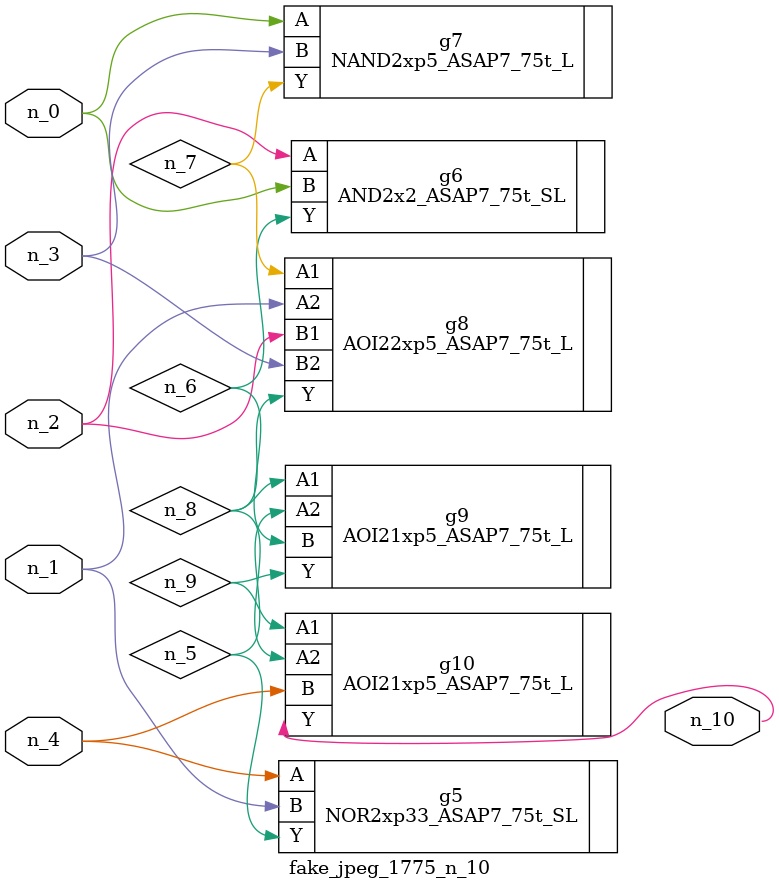
<source format=v>
module fake_jpeg_1775_n_10 (n_3, n_2, n_1, n_0, n_4, n_10);

input n_3;
input n_2;
input n_1;
input n_0;
input n_4;

output n_10;

wire n_8;
wire n_9;
wire n_6;
wire n_5;
wire n_7;

NOR2xp33_ASAP7_75t_SL g5 ( 
.A(n_4),
.B(n_1),
.Y(n_5)
);

AND2x2_ASAP7_75t_SL g6 ( 
.A(n_2),
.B(n_0),
.Y(n_6)
);

NAND2xp5_ASAP7_75t_L g7 ( 
.A(n_0),
.B(n_3),
.Y(n_7)
);

AOI22xp5_ASAP7_75t_L g8 ( 
.A1(n_7),
.A2(n_1),
.B1(n_2),
.B2(n_3),
.Y(n_8)
);

AOI21xp5_ASAP7_75t_L g9 ( 
.A1(n_8),
.A2(n_5),
.B(n_6),
.Y(n_9)
);

AOI21xp5_ASAP7_75t_L g10 ( 
.A1(n_9),
.A2(n_8),
.B(n_4),
.Y(n_10)
);


endmodule
</source>
